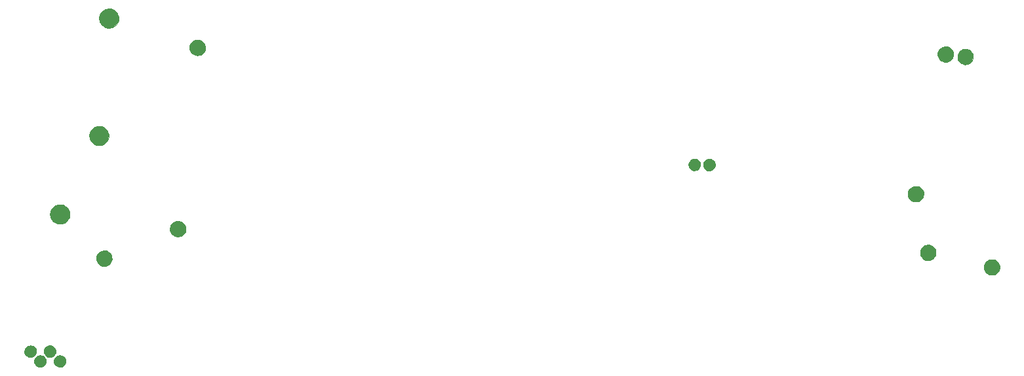
<source format=gbr>
%TF.GenerationSoftware,KiCad,Pcbnew,(5.1.6)-1*%
%TF.CreationDate,2020-07-08T21:32:23-04:00*%
%TF.ProjectId,v1.2,76312e32-2e6b-4696-9361-645f70636258,rev?*%
%TF.SameCoordinates,Original*%
%TF.FileFunction,Copper,L2,Bot*%
%TF.FilePolarity,Positive*%
%FSLAX46Y46*%
G04 Gerber Fmt 4.6, Leading zero omitted, Abs format (unit mm)*
G04 Created by KiCad (PCBNEW (5.1.6)-1) date 2020-07-08 21:32:23*
%MOMM*%
%LPD*%
G01*
G04 APERTURE LIST*
%TA.AperFunction,EtchedComponent*%
%ADD10C,0.010000*%
%TD*%
%TA.AperFunction,ComponentPad*%
%ADD11C,0.838240*%
%TD*%
G04 APERTURE END LIST*
D10*
%TO.C,G\u002A\u002A\u002A*%
G36*
X1387715Y31436043D02*
G01*
X1597309Y31382267D01*
X1789739Y31290985D01*
X1968479Y31160841D01*
X2014259Y31119414D01*
X2170833Y30944885D01*
X2288640Y30753359D01*
X2367593Y30545032D01*
X2407608Y30320100D01*
X2413000Y30195311D01*
X2392704Y29969972D01*
X2333870Y29756492D01*
X2239574Y29558971D01*
X2112895Y29381511D01*
X1956909Y29228215D01*
X1774694Y29103182D01*
X1569329Y29010516D01*
X1509621Y28991375D01*
X1398617Y28967468D01*
X1265593Y28951733D01*
X1128791Y28945385D01*
X1006450Y28949637D01*
X963083Y28954987D01*
X741078Y29011879D01*
X535393Y29107526D01*
X348092Y29240823D01*
X243368Y29340551D01*
X102304Y29518715D01*
X-1955Y29712796D01*
X-69467Y29917985D01*
X-100290Y30129475D01*
X-94482Y30342457D01*
X-52101Y30552125D01*
X26797Y30753669D01*
X142152Y30942283D01*
X264294Y31084313D01*
X439924Y31234434D01*
X629537Y31344928D01*
X835246Y31416668D01*
X1059165Y31450530D01*
X1157483Y31453667D01*
X1387715Y31436043D01*
G37*
X1387715Y31436043D02*
X1597309Y31382267D01*
X1789739Y31290985D01*
X1968479Y31160841D01*
X2014259Y31119414D01*
X2170833Y30944885D01*
X2288640Y30753359D01*
X2367593Y30545032D01*
X2407608Y30320100D01*
X2413000Y30195311D01*
X2392704Y29969972D01*
X2333870Y29756492D01*
X2239574Y29558971D01*
X2112895Y29381511D01*
X1956909Y29228215D01*
X1774694Y29103182D01*
X1569329Y29010516D01*
X1509621Y28991375D01*
X1398617Y28967468D01*
X1265593Y28951733D01*
X1128791Y28945385D01*
X1006450Y28949637D01*
X963083Y28954987D01*
X741078Y29011879D01*
X535393Y29107526D01*
X348092Y29240823D01*
X243368Y29340551D01*
X102304Y29518715D01*
X-1955Y29712796D01*
X-69467Y29917985D01*
X-100290Y30129475D01*
X-94482Y30342457D01*
X-52101Y30552125D01*
X26797Y30753669D01*
X142152Y30942283D01*
X264294Y31084313D01*
X439924Y31234434D01*
X629537Y31344928D01*
X835246Y31416668D01*
X1059165Y31450530D01*
X1157483Y31453667D01*
X1387715Y31436043D01*
G36*
X12657809Y27406294D02*
G01*
X12762496Y27399552D01*
X12841133Y27388623D01*
X12910003Y27369666D01*
X12985388Y27338840D01*
X13028251Y27318897D01*
X13204005Y27212868D01*
X13351614Y27076755D01*
X13468199Y26914439D01*
X13550882Y26729801D01*
X13592367Y26558143D01*
X13602872Y26359883D01*
X13574511Y26167521D01*
X13510539Y25986027D01*
X13414214Y25820373D01*
X13288792Y25675531D01*
X13137528Y25556471D01*
X12963679Y25468165D01*
X12855695Y25433488D01*
X12715461Y25409551D01*
X12562278Y25403334D01*
X12415555Y25414899D01*
X12333557Y25431786D01*
X12147952Y25503407D01*
X11983245Y25607746D01*
X11842681Y25739800D01*
X11729508Y25894570D01*
X11646972Y26067055D01*
X11598320Y26252255D01*
X11586798Y26445168D01*
X11599132Y26562977D01*
X11653422Y26765928D01*
X11742721Y26947406D01*
X11864275Y27104250D01*
X12015329Y27233299D01*
X12193127Y27331394D01*
X12304429Y27371956D01*
X12388152Y27394226D01*
X12466224Y27406200D01*
X12555059Y27409472D01*
X12657809Y27406294D01*
G37*
X12657809Y27406294D02*
X12762496Y27399552D01*
X12841133Y27388623D01*
X12910003Y27369666D01*
X12985388Y27338840D01*
X13028251Y27318897D01*
X13204005Y27212868D01*
X13351614Y27076755D01*
X13468199Y26914439D01*
X13550882Y26729801D01*
X13592367Y26558143D01*
X13602872Y26359883D01*
X13574511Y26167521D01*
X13510539Y25986027D01*
X13414214Y25820373D01*
X13288792Y25675531D01*
X13137528Y25556471D01*
X12963679Y25468165D01*
X12855695Y25433488D01*
X12715461Y25409551D01*
X12562278Y25403334D01*
X12415555Y25414899D01*
X12333557Y25431786D01*
X12147952Y25503407D01*
X11983245Y25607746D01*
X11842681Y25739800D01*
X11729508Y25894570D01*
X11646972Y26067055D01*
X11598320Y26252255D01*
X11586798Y26445168D01*
X11599132Y26562977D01*
X11653422Y26765928D01*
X11742721Y26947406D01*
X11864275Y27104250D01*
X12015329Y27233299D01*
X12193127Y27331394D01*
X12304429Y27371956D01*
X12388152Y27394226D01*
X12466224Y27406200D01*
X12555059Y27409472D01*
X12657809Y27406294D01*
G36*
X109401382Y26523417D02*
G01*
X109588094Y26467117D01*
X109755809Y26377772D01*
X109901369Y26259056D01*
X110021612Y26114641D01*
X110113380Y25948202D01*
X110173514Y25763411D01*
X110198853Y25563942D01*
X110191141Y25389417D01*
X110150466Y25216678D01*
X110074045Y25047662D01*
X109968115Y24891519D01*
X109838914Y24757401D01*
X109692681Y24654460D01*
X109688689Y24652271D01*
X109531725Y24586607D01*
X109356066Y24546387D01*
X109174986Y24532965D01*
X109001760Y24547695D01*
X108902500Y24572082D01*
X108705944Y24655637D01*
X108537594Y24769113D01*
X108399531Y24910373D01*
X108293832Y25077283D01*
X108222577Y25267706D01*
X108221637Y25271282D01*
X108188676Y25474348D01*
X108194786Y25670974D01*
X108236943Y25857223D01*
X108312119Y26029154D01*
X108417288Y26182830D01*
X108549423Y26314311D01*
X108705499Y26419659D01*
X108882488Y26494935D01*
X109077363Y26536201D01*
X109198833Y26543000D01*
X109401382Y26523417D01*
G37*
X109401382Y26523417D02*
X109588094Y26467117D01*
X109755809Y26377772D01*
X109901369Y26259056D01*
X110021612Y26114641D01*
X110113380Y25948202D01*
X110173514Y25763411D01*
X110198853Y25563942D01*
X110191141Y25389417D01*
X110150466Y25216678D01*
X110074045Y25047662D01*
X109968115Y24891519D01*
X109838914Y24757401D01*
X109692681Y24654460D01*
X109688689Y24652271D01*
X109531725Y24586607D01*
X109356066Y24546387D01*
X109174986Y24532965D01*
X109001760Y24547695D01*
X108902500Y24572082D01*
X108705944Y24655637D01*
X108537594Y24769113D01*
X108399531Y24910373D01*
X108293832Y25077283D01*
X108222577Y25267706D01*
X108221637Y25271282D01*
X108188676Y25474348D01*
X108194786Y25670974D01*
X108236943Y25857223D01*
X108312119Y26029154D01*
X108417288Y26182830D01*
X108549423Y26314311D01*
X108705499Y26419659D01*
X108882488Y26494935D01*
X109077363Y26536201D01*
X109198833Y26543000D01*
X109401382Y26523417D01*
G36*
X111817551Y26222161D02*
G01*
X111920980Y26216447D01*
X111998163Y26206603D01*
X112065190Y26188885D01*
X112138146Y26159547D01*
X112190109Y26135452D01*
X112366902Y26029703D01*
X112513644Y25897203D01*
X112628732Y25742549D01*
X112710566Y25570340D01*
X112757542Y25385172D01*
X112768059Y25191643D01*
X112740516Y24994351D01*
X112673309Y24797893D01*
X112663522Y24776732D01*
X112561568Y24609341D01*
X112429982Y24468103D01*
X112274278Y24355577D01*
X112099972Y24274321D01*
X111912579Y24226893D01*
X111717613Y24215851D01*
X111520590Y24243753D01*
X111516583Y24244747D01*
X111329880Y24312551D01*
X111161594Y24415356D01*
X111016274Y24548165D01*
X110898473Y24705982D01*
X110812741Y24883809D01*
X110764553Y25070512D01*
X110754901Y25261855D01*
X110782311Y25451543D01*
X110843532Y25633061D01*
X110935309Y25799893D01*
X111054390Y25945523D01*
X111197522Y26063437D01*
X111285639Y26114274D01*
X111409453Y26169772D01*
X111521619Y26204297D01*
X111638281Y26221126D01*
X111775579Y26223530D01*
X111817551Y26222161D01*
G37*
X111817551Y26222161D02*
X111920980Y26216447D01*
X111998163Y26206603D01*
X112065190Y26188885D01*
X112138146Y26159547D01*
X112190109Y26135452D01*
X112366902Y26029703D01*
X112513644Y25897203D01*
X112628732Y25742549D01*
X112710566Y25570340D01*
X112757542Y25385172D01*
X112768059Y25191643D01*
X112740516Y24994351D01*
X112673309Y24797893D01*
X112663522Y24776732D01*
X112561568Y24609341D01*
X112429982Y24468103D01*
X112274278Y24355577D01*
X112099972Y24274321D01*
X111912579Y24226893D01*
X111717613Y24215851D01*
X111520590Y24243753D01*
X111516583Y24244747D01*
X111329880Y24312551D01*
X111161594Y24415356D01*
X111016274Y24548165D01*
X110898473Y24705982D01*
X110812741Y24883809D01*
X110764553Y25070512D01*
X110754901Y25261855D01*
X110782311Y25451543D01*
X110843532Y25633061D01*
X110935309Y25799893D01*
X111054390Y25945523D01*
X111197522Y26063437D01*
X111285639Y26114274D01*
X111409453Y26169772D01*
X111521619Y26204297D01*
X111638281Y26221126D01*
X111775579Y26223530D01*
X111817551Y26222161D01*
G36*
X-35645Y16248041D02*
G01*
X191785Y16211511D01*
X403550Y16138187D01*
X595934Y16031128D01*
X765221Y15893392D01*
X907695Y15728038D01*
X1019643Y15538124D01*
X1097347Y15326710D01*
X1101129Y15312275D01*
X1139660Y15084097D01*
X1136609Y14861229D01*
X1091731Y14641285D01*
X1011477Y14435667D01*
X898830Y14248146D01*
X753841Y14082894D01*
X582462Y13944714D01*
X390647Y13838409D01*
X185284Y13769002D01*
X62335Y13749398D01*
X-81777Y13740812D01*
X-229351Y13743280D01*
X-362683Y13756834D01*
X-418741Y13767843D01*
X-623721Y13838607D01*
X-813302Y13945392D01*
X-982702Y14083269D01*
X-1127138Y14247310D01*
X-1241831Y14432588D01*
X-1321997Y14634174D01*
X-1343990Y14721417D01*
X-1373318Y14933631D01*
X-1367450Y15133434D01*
X-1325177Y15330314D01*
X-1245288Y15533759D01*
X-1238597Y15547784D01*
X-1123911Y15738969D01*
X-978997Y15904245D01*
X-808772Y16040749D01*
X-618152Y16145619D01*
X-412054Y16215992D01*
X-195395Y16249008D01*
X-35645Y16248041D01*
G37*
X-35645Y16248041D02*
X191785Y16211511D01*
X403550Y16138187D01*
X595934Y16031128D01*
X765221Y15893392D01*
X907695Y15728038D01*
X1019643Y15538124D01*
X1097347Y15326710D01*
X1101129Y15312275D01*
X1139660Y15084097D01*
X1136609Y14861229D01*
X1091731Y14641285D01*
X1011477Y14435667D01*
X898830Y14248146D01*
X753841Y14082894D01*
X582462Y13944714D01*
X390647Y13838409D01*
X185284Y13769002D01*
X62335Y13749398D01*
X-81777Y13740812D01*
X-229351Y13743280D01*
X-362683Y13756834D01*
X-418741Y13767843D01*
X-623721Y13838607D01*
X-813302Y13945392D01*
X-982702Y14083269D01*
X-1127138Y14247310D01*
X-1241831Y14432588D01*
X-1321997Y14634174D01*
X-1343990Y14721417D01*
X-1373318Y14933631D01*
X-1367450Y15133434D01*
X-1325177Y15330314D01*
X-1245288Y15533759D01*
X-1238597Y15547784D01*
X-1123911Y15738969D01*
X-978997Y15904245D01*
X-808772Y16040749D01*
X-618152Y16145619D01*
X-412054Y16215992D01*
X-195395Y16249008D01*
X-35645Y16248041D01*
G36*
X78788827Y11988338D02*
G01*
X78864207Y11980170D01*
X78928182Y11963310D01*
X78996161Y11934983D01*
X78996540Y11934806D01*
X79147300Y11844587D01*
X79268700Y11726376D01*
X79355969Y11594430D01*
X79388394Y11532293D01*
X79409256Y11481560D01*
X79421098Y11429698D01*
X79426458Y11364175D01*
X79427879Y11272457D01*
X79427917Y11239500D01*
X79427158Y11137940D01*
X79423189Y11066175D01*
X79413470Y11011672D01*
X79395459Y10961898D01*
X79366615Y10904320D01*
X79355969Y10884570D01*
X79252578Y10733500D01*
X79125735Y10617512D01*
X78976504Y10537289D01*
X78805950Y10493514D01*
X78734497Y10486503D01*
X78628517Y10485973D01*
X78530844Y10495296D01*
X78484504Y10505082D01*
X78319154Y10573362D01*
X78175321Y10676442D01*
X78057991Y10810150D01*
X77997890Y10912337D01*
X77958616Y11027496D01*
X77938229Y11165340D01*
X77937253Y11310409D01*
X77956210Y11447246D01*
X77977359Y11518935D01*
X78052664Y11662004D01*
X78162342Y11788676D01*
X78299384Y11891473D01*
X78354643Y11921478D01*
X78428191Y11955652D01*
X78488675Y11976331D01*
X78551902Y11986806D01*
X78633680Y11990368D01*
X78686638Y11990584D01*
X78788827Y11988338D01*
G37*
X78788827Y11988338D02*
X78864207Y11980170D01*
X78928182Y11963310D01*
X78996161Y11934983D01*
X78996540Y11934806D01*
X79147300Y11844587D01*
X79268700Y11726376D01*
X79355969Y11594430D01*
X79388394Y11532293D01*
X79409256Y11481560D01*
X79421098Y11429698D01*
X79426458Y11364175D01*
X79427879Y11272457D01*
X79427917Y11239500D01*
X79427158Y11137940D01*
X79423189Y11066175D01*
X79413470Y11011672D01*
X79395459Y10961898D01*
X79366615Y10904320D01*
X79355969Y10884570D01*
X79252578Y10733500D01*
X79125735Y10617512D01*
X78976504Y10537289D01*
X78805950Y10493514D01*
X78734497Y10486503D01*
X78628517Y10485973D01*
X78530844Y10495296D01*
X78484504Y10505082D01*
X78319154Y10573362D01*
X78175321Y10676442D01*
X78057991Y10810150D01*
X77997890Y10912337D01*
X77958616Y11027496D01*
X77938229Y11165340D01*
X77937253Y11310409D01*
X77956210Y11447246D01*
X77977359Y11518935D01*
X78052664Y11662004D01*
X78162342Y11788676D01*
X78299384Y11891473D01*
X78354643Y11921478D01*
X78428191Y11955652D01*
X78488675Y11976331D01*
X78551902Y11986806D01*
X78633680Y11990368D01*
X78686638Y11990584D01*
X78788827Y11988338D01*
G36*
X76884737Y11989642D02*
G01*
X76958420Y11984234D01*
X77016458Y11972321D01*
X77072179Y11951528D01*
X77114190Y11931772D01*
X77237121Y11852479D01*
X77350046Y11744812D01*
X77441572Y11621210D01*
X77491475Y11519888D01*
X77525328Y11380499D01*
X77532927Y11224980D01*
X77514933Y11069849D01*
X77472005Y10931624D01*
X77467611Y10922000D01*
X77375708Y10773205D01*
X77255692Y10653816D01*
X77111958Y10566119D01*
X76948899Y10512401D01*
X76770909Y10494949D01*
X76661435Y10502489D01*
X76499300Y10544091D01*
X76350596Y10622828D01*
X76221730Y10734087D01*
X76119113Y10873255D01*
X76101596Y10905402D01*
X76056762Y11029016D01*
X76033623Y11173922D01*
X76032914Y11324631D01*
X76055367Y11465655D01*
X76072486Y11519888D01*
X76139133Y11647410D01*
X76236184Y11768849D01*
X76352196Y11871720D01*
X76449976Y11931772D01*
X76511473Y11959730D01*
X76566486Y11977242D01*
X76628343Y11986681D01*
X76710368Y11990419D01*
X76782083Y11990917D01*
X76884737Y11989642D01*
G37*
X76884737Y11989642D02*
X76958420Y11984234D01*
X77016458Y11972321D01*
X77072179Y11951528D01*
X77114190Y11931772D01*
X77237121Y11852479D01*
X77350046Y11744812D01*
X77441572Y11621210D01*
X77491475Y11519888D01*
X77525328Y11380499D01*
X77532927Y11224980D01*
X77514933Y11069849D01*
X77472005Y10931624D01*
X77467611Y10922000D01*
X77375708Y10773205D01*
X77255692Y10653816D01*
X77111958Y10566119D01*
X76948899Y10512401D01*
X76770909Y10494949D01*
X76661435Y10502489D01*
X76499300Y10544091D01*
X76350596Y10622828D01*
X76221730Y10734087D01*
X76119113Y10873255D01*
X76101596Y10905402D01*
X76056762Y11029016D01*
X76033623Y11173922D01*
X76032914Y11324631D01*
X76055367Y11465655D01*
X76072486Y11519888D01*
X76139133Y11647410D01*
X76236184Y11768849D01*
X76352196Y11871720D01*
X76449976Y11931772D01*
X76511473Y11959730D01*
X76566486Y11977242D01*
X76628343Y11986681D01*
X76710368Y11990419D01*
X76782083Y11990917D01*
X76884737Y11989642D01*
G36*
X105514428Y8448515D02*
G01*
X105700420Y8401299D01*
X105873849Y8321014D01*
X106028796Y8209351D01*
X106159340Y8068000D01*
X106195073Y8016650D01*
X106290244Y7832914D01*
X106346433Y7640542D01*
X106364166Y7444756D01*
X106343967Y7250781D01*
X106286362Y7063840D01*
X106191876Y6889156D01*
X106066419Y6737300D01*
X105909879Y6609856D01*
X105732668Y6517795D01*
X105539489Y6462613D01*
X105335045Y6445806D01*
X105187750Y6457677D01*
X105024307Y6500793D01*
X104861772Y6578272D01*
X104710123Y6683129D01*
X104579339Y6808376D01*
X104479399Y6947028D01*
X104473414Y6957793D01*
X104395992Y7141319D01*
X104356734Y7331537D01*
X104353874Y7523083D01*
X104385644Y7710593D01*
X104450276Y7888703D01*
X104546005Y8052049D01*
X104671062Y8195268D01*
X104823680Y8312994D01*
X104940276Y8374851D01*
X105128436Y8436981D01*
X105321793Y8460972D01*
X105514428Y8448515D01*
G37*
X105514428Y8448515D02*
X105700420Y8401299D01*
X105873849Y8321014D01*
X106028796Y8209351D01*
X106159340Y8068000D01*
X106195073Y8016650D01*
X106290244Y7832914D01*
X106346433Y7640542D01*
X106364166Y7444756D01*
X106343967Y7250781D01*
X106286362Y7063840D01*
X106191876Y6889156D01*
X106066419Y6737300D01*
X105909879Y6609856D01*
X105732668Y6517795D01*
X105539489Y6462613D01*
X105335045Y6445806D01*
X105187750Y6457677D01*
X105024307Y6500793D01*
X104861772Y6578272D01*
X104710123Y6683129D01*
X104579339Y6808376D01*
X104479399Y6947028D01*
X104473414Y6957793D01*
X104395992Y7141319D01*
X104356734Y7331537D01*
X104353874Y7523083D01*
X104385644Y7710593D01*
X104450276Y7888703D01*
X104546005Y8052049D01*
X104671062Y8195268D01*
X104823680Y8312994D01*
X104940276Y8374851D01*
X105128436Y8436981D01*
X105321793Y8460972D01*
X105514428Y8448515D01*
G36*
X-5022379Y6083009D02*
G01*
X-4805802Y6038190D01*
X-4603631Y5957573D01*
X-4419894Y5844074D01*
X-4258619Y5700613D01*
X-4123836Y5530107D01*
X-4019572Y5335473D01*
X-3958106Y5153847D01*
X-3921084Y4929555D01*
X-3923313Y4708119D01*
X-3962721Y4494102D01*
X-4037235Y4292070D01*
X-4144780Y4106588D01*
X-4283284Y3942219D01*
X-4450673Y3803530D01*
X-4614333Y3709139D01*
X-4709254Y3667260D01*
X-4805176Y3630558D01*
X-4885614Y3605179D01*
X-4906417Y3600240D01*
X-5008196Y3586663D01*
X-5133162Y3580552D01*
X-5262960Y3581957D01*
X-5379235Y3590929D01*
X-5429250Y3598799D01*
X-5639112Y3661768D01*
X-5833621Y3760959D01*
X-6008235Y3891885D01*
X-6158414Y4050055D01*
X-6279618Y4230982D01*
X-6367305Y4430175D01*
X-6402960Y4561417D01*
X-6430650Y4789550D01*
X-6419216Y5010651D01*
X-6371410Y5221076D01*
X-6289983Y5417182D01*
X-6177686Y5595326D01*
X-6037269Y5751865D01*
X-5871485Y5883155D01*
X-5683084Y5985554D01*
X-5474818Y6055419D01*
X-5249437Y6089105D01*
X-5249333Y6089112D01*
X-5022379Y6083009D01*
G37*
X-5022379Y6083009D02*
X-4805802Y6038190D01*
X-4603631Y5957573D01*
X-4419894Y5844074D01*
X-4258619Y5700613D01*
X-4123836Y5530107D01*
X-4019572Y5335473D01*
X-3958106Y5153847D01*
X-3921084Y4929555D01*
X-3923313Y4708119D01*
X-3962721Y4494102D01*
X-4037235Y4292070D01*
X-4144780Y4106588D01*
X-4283284Y3942219D01*
X-4450673Y3803530D01*
X-4614333Y3709139D01*
X-4709254Y3667260D01*
X-4805176Y3630558D01*
X-4885614Y3605179D01*
X-4906417Y3600240D01*
X-5008196Y3586663D01*
X-5133162Y3580552D01*
X-5262960Y3581957D01*
X-5379235Y3590929D01*
X-5429250Y3598799D01*
X-5639112Y3661768D01*
X-5833621Y3760959D01*
X-6008235Y3891885D01*
X-6158414Y4050055D01*
X-6279618Y4230982D01*
X-6367305Y4430175D01*
X-6402960Y4561417D01*
X-6430650Y4789550D01*
X-6419216Y5010651D01*
X-6371410Y5221076D01*
X-6289983Y5417182D01*
X-6177686Y5595326D01*
X-6037269Y5751865D01*
X-5871485Y5883155D01*
X-5683084Y5985554D01*
X-5474818Y6055419D01*
X-5249437Y6089105D01*
X-5249333Y6089112D01*
X-5022379Y6083009D01*
G36*
X10124200Y3930462D02*
G01*
X10275267Y3912017D01*
X10406934Y3878658D01*
X10420863Y3873601D01*
X10596748Y3785860D01*
X10746843Y3668547D01*
X10869589Y3526799D01*
X10963428Y3365756D01*
X11026804Y3190556D01*
X11058157Y3006337D01*
X11055930Y2818238D01*
X11018566Y2631397D01*
X10944506Y2450954D01*
X10882917Y2349500D01*
X10786869Y2236343D01*
X10663491Y2129165D01*
X10527432Y2039414D01*
X10420863Y1988457D01*
X10303504Y1956056D01*
X10162177Y1936749D01*
X10013416Y1931309D01*
X9873755Y1940511D01*
X9781215Y1958505D01*
X9594117Y2031890D01*
X9428377Y2139593D01*
X9287593Y2277503D01*
X9175365Y2441510D01*
X9095291Y2627501D01*
X9057478Y2785145D01*
X9046532Y2978730D01*
X9074402Y3167778D01*
X9137575Y3347194D01*
X9232537Y3511882D01*
X9355776Y3656744D01*
X9503777Y3776685D01*
X9673028Y3866609D01*
X9837854Y3917094D01*
X9972230Y3932615D01*
X10124200Y3930462D01*
G37*
X10124200Y3930462D02*
X10275267Y3912017D01*
X10406934Y3878658D01*
X10420863Y3873601D01*
X10596748Y3785860D01*
X10746843Y3668547D01*
X10869589Y3526799D01*
X10963428Y3365756D01*
X11026804Y3190556D01*
X11058157Y3006337D01*
X11055930Y2818238D01*
X11018566Y2631397D01*
X10944506Y2450954D01*
X10882917Y2349500D01*
X10786869Y2236343D01*
X10663491Y2129165D01*
X10527432Y2039414D01*
X10420863Y1988457D01*
X10303504Y1956056D01*
X10162177Y1936749D01*
X10013416Y1931309D01*
X9873755Y1940511D01*
X9781215Y1958505D01*
X9594117Y2031890D01*
X9428377Y2139593D01*
X9287593Y2277503D01*
X9175365Y2441510D01*
X9095291Y2627501D01*
X9057478Y2785145D01*
X9046532Y2978730D01*
X9074402Y3167778D01*
X9137575Y3347194D01*
X9232537Y3511882D01*
X9355776Y3656744D01*
X9503777Y3776685D01*
X9673028Y3866609D01*
X9837854Y3917094D01*
X9972230Y3932615D01*
X10124200Y3930462D01*
G36*
X107111805Y855282D02*
G01*
X107220594Y835187D01*
X107394027Y769337D01*
X107554379Y668110D01*
X107695219Y537937D01*
X107810121Y385249D01*
X107892654Y216476D01*
X107917149Y138428D01*
X107951290Y-70709D01*
X107944443Y-273923D01*
X107897513Y-467817D01*
X107811404Y-648993D01*
X107687019Y-814057D01*
X107654689Y-847790D01*
X107499475Y-978763D01*
X107333422Y-1069984D01*
X107151759Y-1123392D01*
X106949713Y-1140929D01*
X106934000Y-1140856D01*
X106839384Y-1136249D01*
X106746442Y-1125796D01*
X106678133Y-1112424D01*
X106494222Y-1040867D01*
X106331371Y-936356D01*
X106192542Y-804033D01*
X106080699Y-649040D01*
X105998804Y-476521D01*
X105949819Y-291617D01*
X105936706Y-99471D01*
X105962430Y94776D01*
X105968591Y119203D01*
X106037570Y301508D01*
X106140360Y467539D01*
X106271400Y611802D01*
X106425129Y728803D01*
X106595989Y813049D01*
X106703532Y845385D01*
X106826367Y862686D01*
X106969085Y865855D01*
X107111805Y855282D01*
G37*
X107111805Y855282D02*
X107220594Y835187D01*
X107394027Y769337D01*
X107554379Y668110D01*
X107695219Y537937D01*
X107810121Y385249D01*
X107892654Y216476D01*
X107917149Y138428D01*
X107951290Y-70709D01*
X107944443Y-273923D01*
X107897513Y-467817D01*
X107811404Y-648993D01*
X107687019Y-814057D01*
X107654689Y-847790D01*
X107499475Y-978763D01*
X107333422Y-1069984D01*
X107151759Y-1123392D01*
X106949713Y-1140929D01*
X106934000Y-1140856D01*
X106839384Y-1136249D01*
X106746442Y-1125796D01*
X106678133Y-1112424D01*
X106494222Y-1040867D01*
X106331371Y-936356D01*
X106192542Y-804033D01*
X106080699Y-649040D01*
X105998804Y-476521D01*
X105949819Y-291617D01*
X105936706Y-99471D01*
X105962430Y94776D01*
X105968591Y119203D01*
X106037570Y301508D01*
X106140360Y467539D01*
X106271400Y611802D01*
X106425129Y728803D01*
X106595989Y813049D01*
X106703532Y845385D01*
X106826367Y862686D01*
X106969085Y865855D01*
X107111805Y855282D01*
G36*
X963939Y12240D02*
G01*
X1141585Y-97716D01*
X1289170Y-235647D01*
X1404209Y-398158D01*
X1484217Y-581853D01*
X1522727Y-751417D01*
X1531414Y-953575D01*
X1502130Y-1145120D01*
X1438614Y-1322664D01*
X1344606Y-1482821D01*
X1223843Y-1622202D01*
X1080063Y-1737422D01*
X917007Y-1825094D01*
X738412Y-1881830D01*
X548018Y-1904243D01*
X349562Y-1888947D01*
X282530Y-1874947D01*
X93275Y-1808492D01*
X-74024Y-1708889D01*
X-216522Y-1580766D01*
X-331375Y-1428748D01*
X-415737Y-1257461D01*
X-466763Y-1071533D01*
X-481610Y-875589D01*
X-457432Y-674256D01*
X-456991Y-672265D01*
X-393248Y-480277D01*
X-293113Y-307815D01*
X-159316Y-158236D01*
X5412Y-34894D01*
X105833Y19412D01*
X173323Y50916D01*
X227196Y72208D01*
X278642Y85288D01*
X338853Y92155D01*
X419019Y94810D01*
X530299Y95250D01*
X796014Y95250D01*
X963939Y12240D01*
G37*
X963939Y12240D02*
X1141585Y-97716D01*
X1289170Y-235647D01*
X1404209Y-398158D01*
X1484217Y-581853D01*
X1522727Y-751417D01*
X1531414Y-953575D01*
X1502130Y-1145120D01*
X1438614Y-1322664D01*
X1344606Y-1482821D01*
X1223843Y-1622202D01*
X1080063Y-1737422D01*
X917007Y-1825094D01*
X738412Y-1881830D01*
X548018Y-1904243D01*
X349562Y-1888947D01*
X282530Y-1874947D01*
X93275Y-1808492D01*
X-74024Y-1708889D01*
X-216522Y-1580766D01*
X-331375Y-1428748D01*
X-415737Y-1257461D01*
X-466763Y-1071533D01*
X-481610Y-875589D01*
X-457432Y-674256D01*
X-456991Y-672265D01*
X-393248Y-480277D01*
X-293113Y-307815D01*
X-159316Y-158236D01*
X5412Y-34894D01*
X105833Y19412D01*
X173323Y50916D01*
X227196Y72208D01*
X278642Y85288D01*
X338853Y92155D01*
X419019Y94810D01*
X530299Y95250D01*
X796014Y95250D01*
X963939Y12240D01*
G36*
X115316998Y-1024953D02*
G01*
X115500092Y-1068919D01*
X115670123Y-1145373D01*
X115822872Y-1251047D01*
X115954117Y-1382668D01*
X116059637Y-1536966D01*
X116135213Y-1710671D01*
X116176622Y-1900510D01*
X116183316Y-2019967D01*
X116179850Y-2112204D01*
X116171347Y-2202438D01*
X116161385Y-2262467D01*
X116099285Y-2441023D01*
X116001246Y-2606618D01*
X115873127Y-2752990D01*
X115720790Y-2873881D01*
X115550093Y-2963030D01*
X115483408Y-2986732D01*
X115348378Y-3015059D01*
X115193760Y-3025815D01*
X115037454Y-3019021D01*
X114897360Y-2994700D01*
X114867218Y-2985964D01*
X114706146Y-2920411D01*
X114568721Y-2831096D01*
X114457077Y-2727243D01*
X114329394Y-2569196D01*
X114241334Y-2404712D01*
X114190192Y-2227064D01*
X114173258Y-2029527D01*
X114173251Y-2022261D01*
X114193624Y-1817562D01*
X114251936Y-1627129D01*
X114345042Y-1455023D01*
X114469798Y-1305300D01*
X114623059Y-1182020D01*
X114801679Y-1089241D01*
X114928508Y-1047573D01*
X115125063Y-1016748D01*
X115316998Y-1024953D01*
G37*
X115316998Y-1024953D02*
X115500092Y-1068919D01*
X115670123Y-1145373D01*
X115822872Y-1251047D01*
X115954117Y-1382668D01*
X116059637Y-1536966D01*
X116135213Y-1710671D01*
X116176622Y-1900510D01*
X116183316Y-2019967D01*
X116179850Y-2112204D01*
X116171347Y-2202438D01*
X116161385Y-2262467D01*
X116099285Y-2441023D01*
X116001246Y-2606618D01*
X115873127Y-2752990D01*
X115720790Y-2873881D01*
X115550093Y-2963030D01*
X115483408Y-2986732D01*
X115348378Y-3015059D01*
X115193760Y-3025815D01*
X115037454Y-3019021D01*
X114897360Y-2994700D01*
X114867218Y-2985964D01*
X114706146Y-2920411D01*
X114568721Y-2831096D01*
X114457077Y-2727243D01*
X114329394Y-2569196D01*
X114241334Y-2404712D01*
X114190192Y-2227064D01*
X114173258Y-2029527D01*
X114173251Y-2022261D01*
X114193624Y-1817562D01*
X114251936Y-1627129D01*
X114345042Y-1455023D01*
X114469798Y-1305300D01*
X114623059Y-1182020D01*
X114801679Y-1089241D01*
X114928508Y-1047573D01*
X115125063Y-1016748D01*
X115316998Y-1024953D01*
G36*
X-6325718Y-12177809D02*
G01*
X-6257593Y-12192079D01*
X-6196613Y-12212653D01*
X-6069090Y-12279300D01*
X-5947651Y-12376351D01*
X-5844780Y-12492362D01*
X-5784728Y-12590143D01*
X-5756770Y-12651640D01*
X-5739258Y-12706653D01*
X-5729820Y-12768509D01*
X-5726081Y-12850534D01*
X-5725583Y-12922250D01*
X-5726748Y-13023852D01*
X-5731881Y-13096397D01*
X-5743437Y-13153132D01*
X-5763875Y-13207306D01*
X-5787512Y-13256208D01*
X-5839373Y-13340483D01*
X-5906734Y-13426861D01*
X-5952247Y-13474664D01*
X-6056817Y-13560272D01*
X-6162103Y-13617537D01*
X-6280810Y-13651437D01*
X-6425644Y-13666948D01*
X-6445250Y-13667805D01*
X-6545826Y-13669819D01*
X-6619449Y-13665318D01*
X-6681263Y-13652213D01*
X-6746416Y-13628421D01*
X-6753850Y-13625309D01*
X-6912700Y-13540772D01*
X-7035379Y-13436036D01*
X-7088705Y-13368387D01*
X-7173606Y-13209000D01*
X-7220287Y-13043288D01*
X-7230007Y-12876747D01*
X-7204027Y-12714870D01*
X-7143610Y-12563150D01*
X-7050015Y-12427083D01*
X-6924504Y-12312161D01*
X-6833151Y-12254973D01*
X-6760549Y-12218784D01*
X-6697805Y-12196261D01*
X-6628902Y-12183459D01*
X-6537824Y-12176434D01*
X-6508750Y-12175076D01*
X-6404159Y-12172777D01*
X-6325718Y-12177809D01*
G37*
X-6325718Y-12177809D02*
X-6257593Y-12192079D01*
X-6196613Y-12212653D01*
X-6069090Y-12279300D01*
X-5947651Y-12376351D01*
X-5844780Y-12492362D01*
X-5784728Y-12590143D01*
X-5756770Y-12651640D01*
X-5739258Y-12706653D01*
X-5729820Y-12768509D01*
X-5726081Y-12850534D01*
X-5725583Y-12922250D01*
X-5726748Y-13023852D01*
X-5731881Y-13096397D01*
X-5743437Y-13153132D01*
X-5763875Y-13207306D01*
X-5787512Y-13256208D01*
X-5839373Y-13340483D01*
X-5906734Y-13426861D01*
X-5952247Y-13474664D01*
X-6056817Y-13560272D01*
X-6162103Y-13617537D01*
X-6280810Y-13651437D01*
X-6425644Y-13666948D01*
X-6445250Y-13667805D01*
X-6545826Y-13669819D01*
X-6619449Y-13665318D01*
X-6681263Y-13652213D01*
X-6746416Y-13628421D01*
X-6753850Y-13625309D01*
X-6912700Y-13540772D01*
X-7035379Y-13436036D01*
X-7088705Y-13368387D01*
X-7173606Y-13209000D01*
X-7220287Y-13043288D01*
X-7230007Y-12876747D01*
X-7204027Y-12714870D01*
X-7143610Y-12563150D01*
X-7050015Y-12427083D01*
X-6924504Y-12312161D01*
X-6833151Y-12254973D01*
X-6760549Y-12218784D01*
X-6697805Y-12196261D01*
X-6628902Y-12183459D01*
X-6537824Y-12176434D01*
X-6508750Y-12175076D01*
X-6404159Y-12172777D01*
X-6325718Y-12177809D01*
G36*
X-8821206Y-12197902D02*
G01*
X-8660820Y-12247242D01*
X-8523202Y-12331328D01*
X-8406295Y-12451185D01*
X-8373057Y-12497062D01*
X-8290598Y-12652598D01*
X-8246378Y-12813270D01*
X-8237993Y-12974097D01*
X-8263038Y-13130098D01*
X-8319110Y-13276293D01*
X-8403805Y-13407703D01*
X-8514720Y-13519346D01*
X-8649449Y-13606243D01*
X-8805590Y-13663413D01*
X-8946221Y-13684517D01*
X-9034367Y-13686086D01*
X-9117938Y-13681395D01*
X-9170545Y-13673182D01*
X-9330398Y-13612060D01*
X-9474351Y-13516452D01*
X-9594472Y-13392937D01*
X-9682637Y-13248515D01*
X-9737422Y-13080808D01*
X-9752554Y-12911436D01*
X-9730087Y-12746005D01*
X-9672072Y-12590120D01*
X-9580561Y-12449388D01*
X-9457607Y-12329415D01*
X-9313333Y-12239671D01*
X-9247422Y-12210898D01*
X-9185745Y-12193638D01*
X-9113157Y-12185059D01*
X-9014512Y-12182331D01*
X-9006417Y-12182287D01*
X-8821206Y-12197902D01*
G37*
X-8821206Y-12197902D02*
X-8660820Y-12247242D01*
X-8523202Y-12331328D01*
X-8406295Y-12451185D01*
X-8373057Y-12497062D01*
X-8290598Y-12652598D01*
X-8246378Y-12813270D01*
X-8237993Y-12974097D01*
X-8263038Y-13130098D01*
X-8319110Y-13276293D01*
X-8403805Y-13407703D01*
X-8514720Y-13519346D01*
X-8649449Y-13606243D01*
X-8805590Y-13663413D01*
X-8946221Y-13684517D01*
X-9034367Y-13686086D01*
X-9117938Y-13681395D01*
X-9170545Y-13673182D01*
X-9330398Y-13612060D01*
X-9474351Y-13516452D01*
X-9594472Y-13392937D01*
X-9682637Y-13248515D01*
X-9737422Y-13080808D01*
X-9752554Y-12911436D01*
X-9730087Y-12746005D01*
X-9672072Y-12590120D01*
X-9580561Y-12449388D01*
X-9457607Y-12329415D01*
X-9313333Y-12239671D01*
X-9247422Y-12210898D01*
X-9185745Y-12193638D01*
X-9113157Y-12185059D01*
X-9014512Y-12182331D01*
X-9006417Y-12182287D01*
X-8821206Y-12197902D01*
G36*
X-5093322Y-13452738D02*
G01*
X-5019318Y-13458236D01*
X-4961202Y-13470213D01*
X-4905774Y-13490973D01*
X-4868191Y-13508662D01*
X-4739415Y-13589746D01*
X-4624033Y-13695910D01*
X-4534832Y-13814849D01*
X-4517722Y-13845923D01*
X-4460221Y-14004120D01*
X-4439619Y-14172713D01*
X-4454808Y-14343453D01*
X-4504682Y-14508094D01*
X-4588132Y-14658385D01*
X-4634715Y-14717289D01*
X-4706550Y-14780967D01*
X-4803506Y-14843462D01*
X-4909110Y-14895730D01*
X-5006888Y-14928723D01*
X-5027083Y-14932724D01*
X-5119744Y-14946902D01*
X-5186004Y-14953583D01*
X-5241048Y-14953207D01*
X-5300059Y-14946216D01*
X-5329211Y-14941491D01*
X-5492814Y-14893122D01*
X-5640986Y-14808068D01*
X-5767689Y-14690924D01*
X-5866882Y-14546284D01*
X-5878379Y-14523797D01*
X-5906221Y-14462494D01*
X-5923657Y-14407501D01*
X-5933050Y-14345510D01*
X-5936763Y-14263213D01*
X-5937250Y-14192250D01*
X-5935393Y-14083367D01*
X-5928578Y-14004098D01*
X-5914938Y-13941834D01*
X-5892606Y-13883968D01*
X-5891122Y-13880735D01*
X-5820331Y-13764789D01*
X-5721628Y-13652827D01*
X-5608337Y-13558422D01*
X-5527136Y-13509882D01*
X-5466117Y-13482212D01*
X-5411151Y-13464888D01*
X-5348955Y-13455563D01*
X-5266246Y-13451888D01*
X-5196417Y-13451417D01*
X-5093322Y-13452738D01*
G37*
X-5093322Y-13452738D02*
X-5019318Y-13458236D01*
X-4961202Y-13470213D01*
X-4905774Y-13490973D01*
X-4868191Y-13508662D01*
X-4739415Y-13589746D01*
X-4624033Y-13695910D01*
X-4534832Y-13814849D01*
X-4517722Y-13845923D01*
X-4460221Y-14004120D01*
X-4439619Y-14172713D01*
X-4454808Y-14343453D01*
X-4504682Y-14508094D01*
X-4588132Y-14658385D01*
X-4634715Y-14717289D01*
X-4706550Y-14780967D01*
X-4803506Y-14843462D01*
X-4909110Y-14895730D01*
X-5006888Y-14928723D01*
X-5027083Y-14932724D01*
X-5119744Y-14946902D01*
X-5186004Y-14953583D01*
X-5241048Y-14953207D01*
X-5300059Y-14946216D01*
X-5329211Y-14941491D01*
X-5492814Y-14893122D01*
X-5640986Y-14808068D01*
X-5767689Y-14690924D01*
X-5866882Y-14546284D01*
X-5878379Y-14523797D01*
X-5906221Y-14462494D01*
X-5923657Y-14407501D01*
X-5933050Y-14345510D01*
X-5936763Y-14263213D01*
X-5937250Y-14192250D01*
X-5935393Y-14083367D01*
X-5928578Y-14004098D01*
X-5914938Y-13941834D01*
X-5892606Y-13883968D01*
X-5891122Y-13880735D01*
X-5820331Y-13764789D01*
X-5721628Y-13652827D01*
X-5608337Y-13558422D01*
X-5527136Y-13509882D01*
X-5466117Y-13482212D01*
X-5411151Y-13464888D01*
X-5348955Y-13455563D01*
X-5266246Y-13451888D01*
X-5196417Y-13451417D01*
X-5093322Y-13452738D01*
G36*
X-7639168Y-13452926D02*
G01*
X-7568402Y-13459660D01*
X-7508309Y-13474922D01*
X-7443084Y-13502018D01*
X-7403711Y-13520986D01*
X-7251797Y-13618807D01*
X-7127355Y-13748218D01*
X-7045371Y-13880754D01*
X-7022120Y-13933783D01*
X-7007382Y-13987278D01*
X-6999324Y-14053143D01*
X-6996113Y-14143279D01*
X-6995750Y-14202833D01*
X-6996659Y-14306315D01*
X-7001031Y-14379770D01*
X-7011057Y-14435485D01*
X-7028926Y-14485748D01*
X-7056130Y-14541500D01*
X-7140646Y-14668974D01*
X-7249686Y-14780948D01*
X-7372135Y-14867163D01*
X-7446656Y-14901974D01*
X-7576362Y-14937740D01*
X-7716360Y-14955213D01*
X-7849876Y-14953193D01*
X-7938996Y-14937235D01*
X-8102630Y-14869396D01*
X-8246078Y-14766247D01*
X-8364401Y-14631969D01*
X-8429513Y-14521933D01*
X-8465528Y-14415005D01*
X-8484661Y-14284217D01*
X-8486490Y-14144712D01*
X-8470596Y-14011630D01*
X-8446141Y-13923399D01*
X-8370836Y-13780330D01*
X-8261158Y-13653657D01*
X-8124116Y-13550861D01*
X-8068857Y-13520855D01*
X-7995268Y-13486679D01*
X-7934622Y-13465965D01*
X-7871121Y-13455412D01*
X-7788967Y-13451720D01*
X-7736417Y-13451417D01*
X-7639168Y-13452926D01*
G37*
X-7639168Y-13452926D02*
X-7568402Y-13459660D01*
X-7508309Y-13474922D01*
X-7443084Y-13502018D01*
X-7403711Y-13520986D01*
X-7251797Y-13618807D01*
X-7127355Y-13748218D01*
X-7045371Y-13880754D01*
X-7022120Y-13933783D01*
X-7007382Y-13987278D01*
X-6999324Y-14053143D01*
X-6996113Y-14143279D01*
X-6995750Y-14202833D01*
X-6996659Y-14306315D01*
X-7001031Y-14379770D01*
X-7011057Y-14435485D01*
X-7028926Y-14485748D01*
X-7056130Y-14541500D01*
X-7140646Y-14668974D01*
X-7249686Y-14780948D01*
X-7372135Y-14867163D01*
X-7446656Y-14901974D01*
X-7576362Y-14937740D01*
X-7716360Y-14955213D01*
X-7849876Y-14953193D01*
X-7938996Y-14937235D01*
X-8102630Y-14869396D01*
X-8246078Y-14766247D01*
X-8364401Y-14631969D01*
X-8429513Y-14521933D01*
X-8465528Y-14415005D01*
X-8484661Y-14284217D01*
X-8486490Y-14144712D01*
X-8470596Y-14011630D01*
X-8446141Y-13923399D01*
X-8370836Y-13780330D01*
X-8261158Y-13653657D01*
X-8124116Y-13550861D01*
X-8068857Y-13520855D01*
X-7995268Y-13486679D01*
X-7934622Y-13465965D01*
X-7871121Y-13455412D01*
X-7788967Y-13451720D01*
X-7736417Y-13451417D01*
X-7639168Y-13452926D01*
%TD*%
D11*
%TO.P,,1*%
%TO.N,N/C*%
X-8994824Y-12919127D03*
%TD*%
%TO.P,,2*%
%TO.N,N/C*%
X-6470914Y-12908583D03*
%TD*%
%TO.P,,3*%
%TO.N,N/C*%
X-5193644Y-14182245D03*
%TD*%
%TO.P,,4*%
%TO.N,N/C*%
X-7737504Y-14188284D03*
%TD*%
%TO.P,,5*%
%TO.N,N/C*%
X526186Y-885164D03*
%TD*%
%TO.P,,6*%
%TO.N,N/C*%
X-5172984Y4843538D03*
%TD*%
%TO.P,,7*%
%TO.N,N/C*%
X-114514Y15000065D03*
%TD*%
%TO.P,,8*%
%TO.N,N/C*%
X10054706Y2941377D03*
%TD*%
%TO.P,,9*%
%TO.N,N/C*%
X12594856Y26414758D03*
%TD*%
%TO.P,,10*%
%TO.N,N/C*%
X1157936Y30207547D03*
%TD*%
%TO.P,,11*%
%TO.N,N/C*%
X76778506Y11256563D03*
%TD*%
%TO.P,,12*%
%TO.N,N/C*%
X78682806Y11248211D03*
%TD*%
%TO.P,,13*%
%TO.N,N/C*%
X105352576Y7462797D03*
%TD*%
%TO.P,,14*%
%TO.N,N/C*%
X106941256Y-126257D03*
%TD*%
%TO.P,,15*%
%TO.N,N/C*%
X111757386Y25230587D03*
%TD*%
%TO.P,,16*%
%TO.N,N/C*%
X109190346Y25543697D03*
%TD*%
%TO.P,,17*%
%TO.N,N/C*%
X115173126Y-2014849D03*
%TD*%
M02*

</source>
